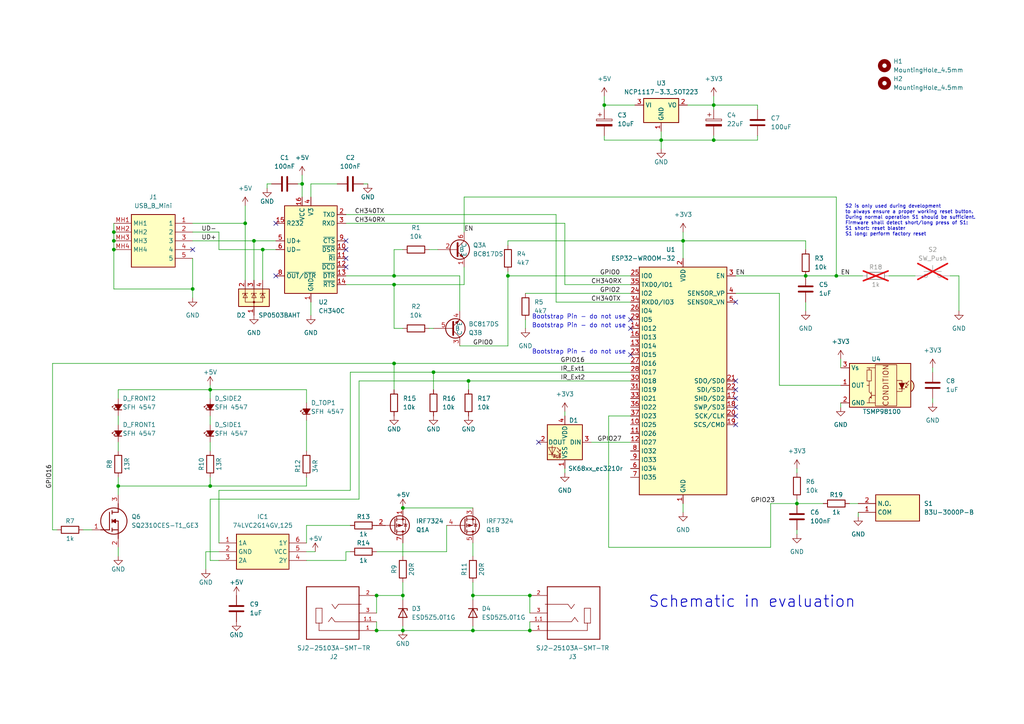
<source format=kicad_sch>
(kicad_sch (version 20230121) (generator eeschema)
  (paper "A4")
  (title_block (title "KoeBlaster") (date "2024-03-26") (rev "0.1"))
  (lib_symbols
    (symbol "Device:C" (pin_numbers hide) (pin_names (offset 0.254))
      (property "Reference" "C" (at 0.635 2.54 0))
      (property "Value" "C" (at 0.635 -2.54 0))
      (symbol "C_1_1"
        (pin passive line (at 0 3.81 270) (length 2.794) (name "~") (number "1"))
        (pin passive line (at 0 -3.81 90) (length 2.794) (name "~") (number "2"))
      )
    )
    (symbol "Device:C_Polarized" (pin_numbers hide) (pin_names (offset 0.254))
      (property "Reference" "C" (at 0.635 2.54 0))
      (property "Value" "C_Polarized" (at 0.635 -2.54 0))
      (symbol "C_Polarized_1_1"
        (pin passive line (at 0 3.81 270) (length 2.794) (name "~") (number "1"))
        (pin passive line (at 0 -3.81 90) (length 2.794) (name "~") (number "2"))
      )
    )
    (symbol "Device:LED_Small_Filled" (pin_numbers hide) (pin_names (offset 0.254) hide)
      (property "Reference" "D" (at -1.27 3.175 0))
      (property "Value" "LED_Small_Filled" (at -4.445 -2.54 0))
      (symbol "LED_Small_Filled_1_1"
        (pin passive line (at -2.54 0 0) (length 1.778) (name "K") (number "1"))
        (pin passive line (at 2.54 0 180) (length 1.778) (name "A") (number "2"))
      )
    )
    (symbol "Device:R" (pin_numbers hide) (pin_names (offset 0))
      (property "Reference" "R" (at 2.032 0 90))
      (property "Value" "R" (at 0 0 90))
      (symbol "R_1_1"
        (pin passive line (at 0 3.81 270) (length 1.27) (name "~") (number "1"))
        (pin passive line (at 0 -3.81 90) (length 1.27) (name "~") (number "2"))
      )
    )
    (symbol "Diode:ESD5Zxx" (pin_numbers hide) (pin_names hide)
      (property "Reference" "D" (at 0 2.54 0))
      (property "Value" "ESD5Zxx" (at 0 -2.54 0))
      (symbol "ESD5Zxx_1_1"
        (pin passive line (at -3.81 0 0) (length 2.54) (name "K") (number "1"))
        (pin passive line (at 3.81 0 180) (length 2.54) (name "A") (number "2"))
      )
    )
    (symbol "Interface_Optical:TSMP58138"
      (property "Reference" "U" (at -10.16 7.62 0))
      (property "Value" "TSMP58138" (at -10.16 -7.62 0))
      (symbol "TSMP58138_0_0"
        (text "CONDITION" (at -2.921 0 900) (effects (font (size 1.524 1.524))))
      )
      (symbol "TSMP58138_1_1"
        (pin output line (at 10.16 0 180) (length 2.54) (name "OUT") (number "1"))
        (pin power_in line (at 10.16 -5.08 180) (length 2.54) (name "GND") (number "2"))
        (pin power_in line (at 10.16 5.08 180) (length 2.54) (name "Vs") (number "3"))
      )
    )
    (symbol "Interface_USB:CH340C"
      (property "Reference" "U" (at -5.08 13.97 0))
      (property "Value" "CH340C" (at 1.27 13.97 0))
      (symbol "CH340C_1_1"
        (pin power_in line (at 0 -15.24 90) (length 2.54) (name "GND") (number "1"))
        (pin input line (at 10.16 0 180) (length 2.54) (name "~{DSR}") (number "10"))
        (pin input line (at 10.16 -2.54 180) (length 2.54) (name "~{RI}") (number "11"))
        (pin input line (at 10.16 -5.08 180) (length 2.54) (name "~{DCD}") (number "12"))
        (pin output line (at 10.16 -7.62 180) (length 2.54) (name "~{DTR}") (number "13"))
        (pin output line (at 10.16 -10.16 180) (length 2.54) (name "~{RTS}") (number "14"))
        (pin input line (at -10.16 7.62 0) (length 2.54) (name "R232") (number "15"))
        (pin power_in line (at -2.54 15.24 270) (length 2.54) (name "VCC") (number "16"))
        (pin output line (at 10.16 10.16 180) (length 2.54) (name "TXD") (number "2"))
        (pin input line (at 10.16 7.62 180) (length 2.54) (name "RXD") (number "3"))
        (pin power_out line (at 0 15.24 270) (length 2.54) (name "V3") (number "4"))
        (pin bidirectional line (at -10.16 2.54 0) (length 2.54) (name "UD+") (number "5"))
        (pin bidirectional line (at -10.16 0 0) (length 2.54) (name "UD-") (number "6"))
        (pin no_connect line (at -7.62 -5.08 0) (length 2.54) hide (name "NC") (number "7"))
        (pin output line (at -10.16 -7.62 0) (length 2.54) (name "~{OUT}/~{DTR}") (number "8"))
        (pin input line (at 10.16 2.54 180) (length 2.54) (name "~{CTS}") (number "9"))
      )
    )
    (symbol "Mechanical:MountingHole" (pin_names (offset 1.016))
      (property "Reference" "H" (at 0 5.08 0))
      (property "Value" "MountingHole" (at 0 3.175 0))
    )
    (symbol "Power_Protection:SP0503BAHT" (pin_names hide)
      (property "Reference" "D" (at 5.715 2.54 0))
      (property "Value" "SP0503BAHT" (at 5.715 0.635 0))
      (symbol "SP0503BAHT_0_0"
        (pin passive line (at 0 -5.08 90) (length 2.54) (name "A") (number "1"))
      )
      (symbol "SP0503BAHT_1_1"
        (pin passive line (at -2.54 5.08 270) (length 2.54) (name "K") (number "2"))
        (pin passive line (at 0 5.08 270) (length 2.54) (name "K") (number "3"))
        (pin passive line (at 2.54 5.08 270) (length 2.54) (name "K") (number "4"))
      )
    )
    (symbol "RF_Module:ESP32-WROOM-32"
      (property "Reference" "U" (at -12.7 34.29 0))
      (property "Value" "ESP32-WROOM-32" (at 1.27 34.29 0))
      (symbol "ESP32-WROOM-32_1_1"
        (pin power_in line (at 0 -35.56 90) (length 2.54) (name "GND") (number "1"))
        (pin bidirectional line (at 15.24 -12.7 180) (length 2.54) (name "IO25") (number "10"))
        (pin bidirectional line (at 15.24 -15.24 180) (length 2.54) (name "IO26") (number "11"))
        (pin bidirectional line (at 15.24 -17.78 180) (length 2.54) (name "IO27") (number "12"))
        (pin bidirectional line (at 15.24 10.16 180) (length 2.54) (name "IO14") (number "13"))
        (pin bidirectional line (at 15.24 15.24 180) (length 2.54) (name "IO12") (number "14"))
        (pin passive line (at 0 -35.56 90) (length 2.54) hide (name "GND") (number "15"))
        (pin bidirectional line (at 15.24 12.7 180) (length 2.54) (name "IO13") (number "16"))
        (pin bidirectional line (at -15.24 -5.08 0) (length 2.54) (name "SHD/SD2") (number "17"))
        (pin bidirectional line (at -15.24 -7.62 0) (length 2.54) (name "SWP/SD3") (number "18"))
        (pin bidirectional line (at -15.24 -12.7 0) (length 2.54) (name "SCS/CMD") (number "19"))
        (pin power_in line (at 0 35.56 270) (length 2.54) (name "VDD") (number "2"))
        (pin bidirectional line (at -15.24 -10.16 0) (length 2.54) (name "SCK/CLK") (number "20"))
        (pin bidirectional line (at -15.24 0 0) (length 2.54) (name "SDO/SD0") (number "21"))
        (pin bidirectional line (at -15.24 -2.54 0) (length 2.54) (name "SDI/SD1") (number "22"))
        (pin bidirectional line (at 15.24 7.62 180) (length 2.54) (name "IO15") (number "23"))
        (pin bidirectional line (at 15.24 25.4 180) (length 2.54) (name "IO2") (number "24"))
        (pin bidirectional line (at 15.24 30.48 180) (length 2.54) (name "IO0") (number "25"))
        (pin bidirectional line (at 15.24 20.32 180) (length 2.54) (name "IO4") (number "26"))
        (pin bidirectional line (at 15.24 5.08 180) (length 2.54) (name "IO16") (number "27"))
        (pin bidirectional line (at 15.24 2.54 180) (length 2.54) (name "IO17") (number "28"))
        (pin bidirectional line (at 15.24 17.78 180) (length 2.54) (name "IO5") (number "29"))
        (pin input line (at -15.24 30.48 0) (length 2.54) (name "EN") (number "3"))
        (pin bidirectional line (at 15.24 0 180) (length 2.54) (name "IO18") (number "30"))
        (pin bidirectional line (at 15.24 -2.54 180) (length 2.54) (name "IO19") (number "31"))
        (pin no_connect line (at -12.7 -27.94 0) (length 2.54) hide (name "NC") (number "32"))
        (pin bidirectional line (at 15.24 -5.08 180) (length 2.54) (name "IO21") (number "33"))
        (pin bidirectional line (at 15.24 22.86 180) (length 2.54) (name "RXD0/IO3") (number "34"))
        (pin bidirectional line (at 15.24 27.94 180) (length 2.54) (name "TXD0/IO1") (number "35"))
        (pin bidirectional line (at 15.24 -7.62 180) (length 2.54) (name "IO22") (number "36"))
        (pin bidirectional line (at 15.24 -10.16 180) (length 2.54) (name "IO23") (number "37"))
        (pin passive line (at 0 -35.56 90) (length 2.54) hide (name "GND") (number "38"))
        (pin passive line (at 0 -35.56 90) (length 2.54) hide (name "GND") (number "39"))
        (pin input line (at -15.24 25.4 0) (length 2.54) (name "SENSOR_VP") (number "4"))
        (pin input line (at -15.24 22.86 0) (length 2.54) (name "SENSOR_VN") (number "5"))
        (pin input line (at 15.24 -25.4 180) (length 2.54) (name "IO34") (number "6"))
        (pin input line (at 15.24 -27.94 180) (length 2.54) (name "IO35") (number "7"))
        (pin bidirectional line (at 15.24 -20.32 180) (length 2.54) (name "IO32") (number "8"))
        (pin bidirectional line (at 15.24 -22.86 180) (length 2.54) (name "IO33") (number "9"))
      )
    )
    (symbol "Regulator_Linear:NCP1117-3.3_SOT223"
      (property "Reference" "U" (at -3.81 3.175 0))
      (property "Value" "NCP1117-3.3_SOT223" (at 0 3.175 0))
      (symbol "NCP1117-3.3_SOT223_1_1"
        (pin power_in line (at 0 -7.62 90) (length 2.54) (name "GND") (number "1"))
        (pin power_out line (at 7.62 0 180) (length 2.54) (name "VO") (number "2"))
        (pin power_in line (at -7.62 0 0) (length 2.54) (name "VI") (number "3"))
      )
    )
    (symbol "SJ2-25103A-SMT-TR:SJ2-25103A-SMT-TR" (pin_names (offset 1.016) hide)
      (property "Reference" "J" (at -7.62 8.128 0))
      (property "Value" "SJ2-25103A-SMT-TR" (at -7.62 -9.652 0))
      (symbol "SJ2-25103A-SMT-TR_0_0"
        (pin passive line (at 12.7 5.08 180) (length 5.08) (name "~") (number "1"))
        (pin passive line (at 12.7 2.54 180) (length 5.08) (name "~") (number "1.1"))
        (pin passive line (at 12.7 -5.08 180) (length 5.08) (name "~") (number "2"))
        (pin passive line (at 12.7 0 180) (length 5.08) (name "~") (number "3"))
      )
    )
    (symbol "SamacSys_Parts:629105150521"
      (property "Reference" "J" (at 19.05 7.62 0))
      (property "Value" "629105150521" (at 19.05 5.08 0))
      (symbol "629105150521_1_1"
        (pin passive line (at 0 0 0) (length 5.08) (name "1") (number "1"))
        (pin passive line (at 0 -2.54 0) (length 5.08) (name "2") (number "2"))
        (pin passive line (at 0 -5.08 0) (length 5.08) (name "3") (number "3"))
        (pin passive line (at 0 -7.62 0) (length 5.08) (name "4") (number "4"))
        (pin passive line (at 0 -10.16 0) (length 5.08) (name "5") (number "5"))
        (pin passive line (at 22.86 0 180) (length 5.08) (name "MH1") (number "MH1"))
        (pin passive line (at 22.86 -2.54 180) (length 5.08) (name "MH2") (number "MH2"))
        (pin passive line (at 22.86 -5.08 180) (length 5.08) (name "MH3") (number "MH3"))
        (pin passive line (at 22.86 -7.62 180) (length 5.08) (name "MH4") (number "MH4"))
      )
    )
    (symbol "SamacSys_Parts:74LVC2G14GV,125"
      (property "Reference" "IC" (at 21.59 7.62 0))
      (property "Value" "74LVC2G14GV,125" (at 21.59 5.08 0))
      (symbol "74LVC2G14GV,125_1_1"
        (pin passive line (at 0 0 0) (length 5.08) (name "1A") (number "1"))
        (pin passive line (at 0 -2.54 0) (length 5.08) (name "GND") (number "2"))
        (pin passive line (at 0 -5.08 0) (length 5.08) (name "2A") (number "3"))
        (pin passive line (at 25.4 -5.08 180) (length 5.08) (name "2Y") (number "4"))
        (pin passive line (at 25.4 -2.54 180) (length 5.08) (name "VCC") (number "5"))
        (pin passive line (at 25.4 0 180) (length 5.08) (name "1Y") (number "6"))
      )
    )
    (symbol "SamacSys_Parts:B3U-3000P-B"
      (property "Reference" "S" (at 19.05 7.62 0))
      (property "Value" "B3U-3000P-B" (at 19.05 5.08 0))
      (symbol "B3U-3000P-B_1_1"
        (pin passive line (at 0 -2.54 0) (length 5.08) (name "COM") (number "1"))
        (pin passive line (at 0 0 0) (length 5.08) (name "N.O.") (number "2"))
      )
    )
    (symbol "SamacSys_Parts:SQ2310CES-T1_GE3" (pin_names hide)
      (property "Reference" "Q" (at 11.43 3.81 0))
      (property "Value" "SQ2310CES-T1_GE3" (at 11.43 1.27 0))
      (symbol "SQ2310CES-T1_GE3_1_1"
        (pin passive line (at 0 0 0) (length 2.54) (name "G") (number "1"))
        (pin passive line (at 7.62 -5.08 90) (length 2.54) (name "S") (number "2"))
        (pin passive line (at 7.62 10.16 270) (length 2.54) (name "D") (number "3"))
      )
    )
    (symbol "Switch:SW_Push" (pin_numbers hide) (pin_names (offset 1.016) hide)
      (property "Reference" "SW" (at 1.27 2.54 0))
      (property "Value" "SW_Push" (at 0 -1.524 0))
      (symbol "SW_Push_0_1"
        (pin passive line (at -5.08 0 0) (length 2.54) (name "1") (number "1"))
        (pin passive line (at 5.08 0 180) (length 2.54) (name "2") (number "2"))
      )
    )
    (symbol "Transistor_FET:IRF7324" (pin_names hide)
      (property "Reference" "Q" (at 5.08 1.905 0))
      (property "Value" "IRF7324" (at 5.08 0 0))
      (symbol "IRF7324_1_1"
        (pin passive line (at 2.54 -5.08 90) (length 2.54) (name "S1") (number "1"))
        (pin input line (at -5.08 0 0) (length 2.54) (name "G1") (number "2"))
        (pin passive line (at 2.54 5.08 270) (length 2.54) (name "D1") (number "7"))
        (pin passive line (at 2.54 5.08 270) (length 2.54) hide (name "D1") (number "8"))
      )
      (symbol "IRF7324_2_1"
        (pin passive line (at 2.54 -5.08 90) (length 2.54) (name "S2") (number "3"))
        (pin input line (at -5.08 0 0) (length 2.54) (name "G2") (number "4"))
        (pin passive line (at 2.54 5.08 270) (length 2.54) (name "D2") (number "5"))
        (pin passive line (at 2.54 5.08 270) (length 2.54) hide (name "D2") (number "6"))
      )
    )
    (symbol "koeblaster_devices:BC817DS_cusom"
      (property "Reference" "Q3" (at 2.54 1.27 0))
      (property "Value" "BC817DS" (at 2.54 -1.27 0))
      (symbol "BC817DS_cusom_1_1"
        (pin passive line (at 0 -5.08 90) (length 2.54) (name "E") (number "1"))
        (pin input line (at -7.62 0 0) (length 5.715) (name "B") (number "2"))
        (pin passive line (at 0 5.08 270) (length 2.54) (name "C") (number "6"))
      )
      (symbol "BC817DS_cusom_2_1"
        (pin passive line (at 0 5.08 270) (length 2.54) (name "C") (number "3"))
        (pin passive line (at 0 -5.08 90) (length 2.54) (name "E") (number "4"))
        (pin input line (at -7.62 0 0) (length 5.715) (name "B") (number "5"))
      )
    )
    (symbol "koeblaster_devices:SK68xx_ec3210r" (pin_names (offset 0.254))
      (property "Reference" "D1" (at 12.7 3.6479 0))
      (property "Value" "SK68xx_ec3210r" (at 12.7 1.1079 0))
      (symbol "SK68xx_ec3210r_0_0"
        (text "RGB" (at 2.286 -4.191 0) (effects (font (size 0.762 0.762))))
      )
      (symbol "SK68xx_ec3210r_1_1"
        (pin power_in line (at 0 -7.62 90) (length 2.54) (name "VSS") (number "1"))
        (pin output line (at 7.62 0 180) (length 2.54) (name "DOUT") (number "2"))
        (pin input line (at -7.62 0 0) (length 2.54) (name "DIN") (number "3"))
        (pin power_in line (at 0 7.62 270) (length 2.54) (name "VDD") (number "4"))
      )
    )
    (symbol "power:+3V3" (power) (pin_names (offset 0))
      (property "Value" "+3V3" (at 0 3.556 0))
      (symbol "+3V3_1_1"
        (pin power_in line (at 0 0 90) (length 0) hide (name "+3V3") (number "1"))
      )
    )
    (symbol "power:+5V" (power) (pin_names (offset 0))
      (property "Value" "+5V" (at 0 3.556 0))
      (symbol "+5V_1_1"
        (pin power_in line (at 0 0 90) (length 0) hide (name "+5V") (number "1"))
      )
    )
    (symbol "power:GND" (power) (pin_names (offset 0))
      (property "Value" "GND" (at 0 -3.81 0))
      (symbol "GND_1_1"
        (pin power_in line (at 0 0 270) (length 0) hide (name "GND") (number "1"))
      )
    )
  )
  (junction (at 34.29 140.97))
  (junction (at 109.22 172.72))
  (junction (at 207.01 40.64))
  (junction (at 153.67 172.72))
  (junction (at 137.16 172.72))
  (junction (at 114.3 82.55))
  (junction (at 125.73 107.95))
  (junction (at 242.57 80.01))
  (junction (at 109.22 182.88))
  (junction (at 147.32 80.01))
  (junction (at 137.16 182.88))
  (junction (at 116.84 147.32))
  (junction (at 55.88 83.82))
  (junction (at 114.3 80.01))
  (junction (at 231.14 146.05))
  (junction (at 60.96 140.97))
  (junction (at 191.77 40.64))
  (junction (at 114.3 105.41))
  (junction (at 207.01 30.48))
  (junction (at 175.26 30.48))
  (junction (at 233.68 80.01))
  (junction (at 33.02 67.31))
  (junction (at 33.02 69.85))
  (junction (at 87.63 53.34))
  (junction (at 33.02 72.39))
  (junction (at 60.96 113.03))
  (junction (at 73.66 69.85))
  (junction (at 76.2 72.39))
  (junction (at 198.12 69.85))
  (junction (at 116.84 182.88))
  (junction (at 116.84 172.72))
  (junction (at 71.12 64.77))
  (junction (at 153.67 182.88))
  (junction (at 135.89 110.49))
  (no_connect (at 213.36 118.11))
  (no_connect (at 182.88 102.87))
  (no_connect (at 182.88 92.71))
  (no_connect (at 182.88 95.25))
  (no_connect (at 100.33 72.39))
  (no_connect (at 55.88 72.39))
  (no_connect (at 213.36 115.57))
  (no_connect (at 80.01 64.77))
  (no_connect (at 156.21 128.27))
  (no_connect (at 80.01 80.01))
  (no_connect (at 213.36 113.03))
  (no_connect (at 100.33 77.47))
  (no_connect (at 213.36 110.49))
  (no_connect (at 100.33 69.85))
  (no_connect (at 213.36 120.65))
  (no_connect (at 213.36 87.63))
  (no_connect (at 100.33 74.93))
  (no_connect (at 213.36 123.19))
  (wire (pts (xy 147.32 69.85) (xy 198.12 69.85)))
  (wire (pts (xy 109.22 172.72) (xy 116.84 172.72)))
  (wire (pts (xy 100.33 62.23) (xy 161.29 62.23)))
  (wire (pts (xy 116.84 147.32) (xy 137.16 147.32)))
  (wire (pts (xy 116.84 173.99) (xy 116.84 172.72)))
  (wire (pts (xy 90.17 53.34) (xy 90.17 57.15)))
  (wire (pts (xy 109.22 172.72) (xy 109.22 177.8)))
  (wire (pts (xy 163.83 64.77) (xy 163.83 82.55)))
  (wire (pts (xy 124.46 95.25) (xy 125.73 95.25)))
  (wire (pts (xy 175.26 40.64) (xy 191.77 40.64)))
  (wire (pts (xy 34.29 128.27) (xy 34.29 130.81)))
  (wire (pts (xy 33.02 64.77) (xy 33.02 67.31)))
  (wire (pts (xy 207.01 31.75) (xy 207.01 30.48)))
  (wire (pts (xy 198.12 69.85) (xy 233.68 69.85)))
  (wire (pts (xy 207.01 40.64) (xy 219.71 40.64)))
  (wire (pts (xy 231.14 135.89) (xy 231.14 137.16)))
  (wire (pts (xy 226.06 111.76) (xy 226.06 85.09)))
  (wire (pts (xy 24.13 153.67) (xy 26.67 153.67)))
  (wire (pts (xy 114.3 82.55) (xy 114.3 95.25)))
  (wire (pts (xy 161.29 62.23) (xy 161.29 87.63)))
  (wire (pts (xy 34.29 140.97) (xy 34.29 143.51)))
  (wire (pts (xy 114.3 72.39) (xy 114.3 80.01)))
  (wire (pts (xy 77.47 53.34) (xy 77.47 54.61)))
  (wire (pts (xy 78.74 53.34) (xy 77.47 53.34)))
  (wire (pts (xy 129.54 160.02) (xy 109.22 160.02)))
  (wire (pts (xy 207.01 39.37) (xy 207.01 40.64)))
  (wire (pts (xy 125.73 107.95) (xy 182.88 107.95)))
  (wire (pts (xy 124.46 72.39) (xy 127 72.39)))
  (wire (pts (xy 137.16 172.72) (xy 137.16 173.99)))
  (wire (pts (xy 175.26 39.37) (xy 175.26 40.64)))
  (wire (pts (xy 153.67 180.34) (xy 153.67 182.88)))
  (wire (pts (xy 34.29 113.03) (xy 34.29 115.57)))
  (wire (pts (xy 55.88 69.85) (xy 73.66 69.85)))
  (wire (pts (xy 88.9 121.92) (xy 88.9 130.81)))
  (wire (pts (xy 88.9 138.43) (xy 88.9 140.97)))
  (wire (pts (xy 147.32 69.85) (xy 147.32 71.12)))
  (wire (pts (xy 15.24 153.67) (xy 16.51 153.67)))
  (wire (pts (xy 71.12 59.69) (xy 71.12 64.77)))
  (wire (pts (xy 97.79 53.34) (xy 90.17 53.34)))
  (wire (pts (xy 116.84 157.48) (xy 116.84 161.29)))
  (wire (pts (xy 60.96 113.03) (xy 88.9 113.03)))
  (wire (pts (xy 198.12 69.85) (xy 198.12 74.93)))
  (wire (pts (xy 223.52 146.05) (xy 231.14 146.05)))
  (wire (pts (xy 137.16 168.91) (xy 137.16 172.72)))
  (wire (pts (xy 243.84 111.76) (xy 226.06 111.76)))
  (wire (pts (xy 135.89 110.49) (xy 135.89 113.03)))
  (wire (pts (xy 63.5 67.31) (xy 63.5 72.39)))
  (wire (pts (xy 63.5 162.56) (xy 60.96 162.56)))
  (wire (pts (xy 73.66 69.85) (xy 80.01 69.85)))
  (wire (pts (xy 125.73 107.95) (xy 125.73 113.03)))
  (wire (pts (xy 129.54 152.4) (xy 129.54 160.02)))
  (wire (pts (xy 191.77 38.1) (xy 191.77 40.64)))
  (wire (pts (xy 63.5 72.39) (xy 76.2 72.39)))
  (wire (pts (xy 270.51 116.84) (xy 270.51 115.57)))
  (wire (pts (xy 278.13 80.01) (xy 278.13 90.17)))
  (wire (pts (xy 33.02 83.82) (xy 55.88 83.82)))
  (wire (pts (xy 133.35 100.33) (xy 147.32 100.33)))
  (wire (pts (xy 34.29 138.43) (xy 34.29 140.97)))
  (wire (pts (xy 34.29 120.65) (xy 34.29 123.19)))
  (wire (pts (xy 223.52 158.75) (xy 223.52 146.05)))
  (wire (pts (xy 275.59 80.01) (xy 278.13 80.01)))
  (wire (pts (xy 219.71 39.37) (xy 219.71 40.64)))
  (wire (pts (xy 55.88 64.77) (xy 71.12 64.77)))
  (wire (pts (xy 219.71 31.75) (xy 219.71 30.48)))
  (wire (pts (xy 114.3 105.41) (xy 114.3 113.03)))
  (wire (pts (xy 248.92 148.59) (xy 248.92 149.86)))
  (wire (pts (xy 137.16 172.72) (xy 153.67 172.72)))
  (wire (pts (xy 176.53 120.65) (xy 176.53 158.75)))
  (wire (pts (xy 175.26 27.94) (xy 175.26 30.48)))
  (wire (pts (xy 137.16 182.88) (xy 137.16 181.61)))
  (wire (pts (xy 109.22 182.88) (xy 116.84 182.88)))
  (wire (pts (xy 71.12 81.28) (xy 71.12 64.77)))
  (wire (pts (xy 88.9 152.4) (xy 101.6 152.4)))
  (wire (pts (xy 175.26 30.48) (xy 184.15 30.48)))
  (wire (pts (xy 90.17 87.63) (xy 90.17 91.44)))
  (wire (pts (xy 101.6 142.24) (xy 101.6 107.95)))
  (wire (pts (xy 137.16 157.48) (xy 137.16 161.29)))
  (wire (pts (xy 233.68 69.85) (xy 233.68 72.39)))
  (wire (pts (xy 226.06 85.09) (xy 213.36 85.09)))
  (wire (pts (xy 63.5 142.24) (xy 101.6 142.24)))
  (wire (pts (xy 231.14 153.67) (xy 231.14 154.94)))
  (wire (pts (xy 104.14 110.49) (xy 104.14 144.78)))
  (wire (pts (xy 176.53 158.75) (xy 223.52 158.75)))
  (wire (pts (xy 137.16 182.88) (xy 153.67 182.88)))
  (wire (pts (xy 76.2 72.39) (xy 80.01 72.39)))
  (wire (pts (xy 147.32 78.74) (xy 147.32 80.01)))
  (wire (pts (xy 198.12 146.05) (xy 198.12 148.59)))
  (wire (pts (xy 153.67 172.72) (xy 153.67 177.8)))
  (wire (pts (xy 207.01 30.48) (xy 199.39 30.48)))
  (wire (pts (xy 114.3 82.55) (xy 134.62 82.55)))
  (wire (pts (xy 101.6 107.95) (xy 125.73 107.95)))
  (wire (pts (xy 104.14 110.49) (xy 135.89 110.49)))
  (wire (pts (xy 86.36 53.34) (xy 87.63 53.34)))
  (wire (pts (xy 163.83 82.55) (xy 182.88 82.55)))
  (wire (pts (xy 207.01 30.48) (xy 219.71 30.48)))
  (wire (pts (xy 100.33 82.55) (xy 114.3 82.55)))
  (wire (pts (xy 73.66 69.85) (xy 73.66 81.28)))
  (wire (pts (xy 59.69 160.02) (xy 59.69 165.1)))
  (wire (pts (xy 242.57 80.01) (xy 250.19 80.01)))
  (wire (pts (xy 33.02 67.31) (xy 33.02 69.85)))
  (wire (pts (xy 63.5 160.02) (xy 59.69 160.02)))
  (wire (pts (xy 33.02 72.39) (xy 33.02 83.82)))
  (wire (pts (xy 270.51 106.68) (xy 270.51 107.95)))
  (wire (pts (xy 15.24 105.41) (xy 15.24 153.67)))
  (wire (pts (xy 60.96 113.03) (xy 60.96 115.57)))
  (wire (pts (xy 147.32 100.33) (xy 147.32 80.01)))
  (wire (pts (xy 100.33 162.56) (xy 100.33 160.02)))
  (wire (pts (xy 147.32 80.01) (xy 182.88 80.01)))
  (wire (pts (xy 116.84 168.91) (xy 116.84 172.72)))
  (wire (pts (xy 55.88 83.82) (xy 55.88 86.36)))
  (wire (pts (xy 152.4 92.71) (xy 152.4 95.25)))
  (wire (pts (xy 163.83 135.89) (xy 163.83 137.16)))
  (wire (pts (xy 191.77 40.64) (xy 207.01 40.64)))
  (wire (pts (xy 55.88 74.93) (xy 55.88 83.82)))
  (wire (pts (xy 243.84 106.68) (xy 243.84 104.14)))
  (wire (pts (xy 34.29 161.29) (xy 34.29 158.75)))
  (wire (pts (xy 33.02 69.85) (xy 33.02 72.39)))
  (wire (pts (xy 87.63 50.8) (xy 87.63 53.34)))
  (wire (pts (xy 207.01 27.94) (xy 207.01 30.48)))
  (wire (pts (xy 63.5 157.48) (xy 63.5 142.24)))
  (wire (pts (xy 60.96 140.97) (xy 88.9 140.97)))
  (wire (pts (xy 34.29 140.97) (xy 60.96 140.97)))
  (wire (pts (xy 109.22 182.88) (xy 109.22 180.34)))
  (wire (pts (xy 101.6 160.02) (xy 100.33 160.02)))
  (wire (pts (xy 134.62 67.31) (xy 134.62 57.15)))
  (wire (pts (xy 87.63 53.34) (xy 87.63 57.15)))
  (wire (pts (xy 88.9 160.02) (xy 91.44 160.02)))
  (wire (pts (xy 105.41 53.34) (xy 106.68 53.34)))
  (wire (pts (xy 182.88 120.65) (xy 176.53 120.65)))
  (wire (pts (xy 242.57 57.15) (xy 134.62 57.15)))
  (wire (pts (xy 100.33 64.77) (xy 163.83 64.77)))
  (wire (pts (xy 191.77 40.64) (xy 191.77 43.18)))
  (wire (pts (xy 34.29 113.03) (xy 60.96 113.03)))
  (wire (pts (xy 88.9 116.84) (xy 88.9 113.03)))
  (wire (pts (xy 233.68 87.63) (xy 233.68 90.17)))
  (wire (pts (xy 60.96 144.78) (xy 104.14 144.78)))
  (wire (pts (xy 161.29 87.63) (xy 182.88 87.63)))
  (wire (pts (xy 133.35 80.01) (xy 133.35 90.17)))
  (wire (pts (xy 171.45 128.27) (xy 182.88 128.27)))
  (wire (pts (xy 152.4 85.09) (xy 182.88 85.09)))
  (wire (pts (xy 55.88 67.31) (xy 63.5 67.31)))
  (wire (pts (xy 60.96 138.43) (xy 60.96 140.97)))
  (wire (pts (xy 116.84 95.25) (xy 114.3 95.25)))
  (wire (pts (xy 257.81 80.01) (xy 265.43 80.01)))
  (wire (pts (xy 213.36 80.01) (xy 233.68 80.01)))
  (wire (pts (xy 163.83 119.38) (xy 163.83 120.65)))
  (wire (pts (xy 100.33 80.01) (xy 114.3 80.01)))
  (wire (pts (xy 114.3 72.39) (xy 116.84 72.39)))
  (wire (pts (xy 60.96 128.27) (xy 60.96 130.81)))
  (wire (pts (xy 114.3 105.41) (xy 182.88 105.41)))
  (wire (pts (xy 15.24 105.41) (xy 114.3 105.41)))
  (wire (pts (xy 242.57 80.01) (xy 242.57 57.15)))
  (wire (pts (xy 60.96 111.76) (xy 60.96 113.03)))
  (wire (pts (xy 246.38 146.05) (xy 248.92 146.05)))
  (wire (pts (xy 60.96 162.56) (xy 60.96 144.78)))
  (wire (pts (xy 76.2 72.39) (xy 76.2 81.28)))
  (wire (pts (xy 231.14 144.78) (xy 231.14 146.05)))
  (wire (pts (xy 233.68 80.01) (xy 242.57 80.01)))
  (wire (pts (xy 88.9 162.56) (xy 100.33 162.56)))
  (wire (pts (xy 134.62 82.55) (xy 134.62 77.47)))
  (wire (pts (xy 116.84 182.88) (xy 116.84 181.61)))
  (wire (pts (xy 175.26 31.75) (xy 175.26 30.48)))
  (wire (pts (xy 88.9 157.48) (xy 88.9 152.4)))
  (wire (pts (xy 231.14 146.05) (xy 238.76 146.05)))
  (wire (pts (xy 114.3 80.01) (xy 133.35 80.01)))
  (wire (pts (xy 116.84 182.88) (xy 137.16 182.88)))
  (wire (pts (xy 198.12 69.85) (xy 198.12 67.31)))
  (wire (pts (xy 135.89 110.49) (xy 182.88 110.49)))
  (wire (pts (xy 60.96 120.65) (xy 60.96 123.19)))
  (wire (pts (xy 243.84 116.84) (xy 243.84 118.11)))
  (text "S2 is only used during development\nto always ensure a proper working reset button.\nDuring normal operation S1 should be sufficient.\nFirmware shall detect short/long press of S1:\nS1 short: reset blaster\nS1 long: perform factory reset" (at 245.11 68.58 0) (effects (font (size 1 1)) (justify left bottom)))
  (text "Bootstrap Pin - do not use" (at 181.61 92.71 0) (effects (font (size 1.27 1.27)) (justify right bottom)))
  (text "Schematic in evaluation" (at 187.96 176.53 0) (effects (font (size 3.27 3.27) (thickness 0.254) bold) (justify left bottom)))
  (text "Bootstrap Pin - do not use" (at 181.61 102.87 0) (effects (font (size 1.27 1.27)) (justify right bottom)))
  (text "Bootstrap Pin - do not use" (at 181.61 95.25 0) (effects (font (size 1.27 1.27)) (justify right bottom)))
  (label "EN" (at 134.62 67.31 0))
  (label "IR_Ext2" (at 162.56 110.49 0))
  (label "CH340TX" (at 102.87 62.23 0))
  (label "CH340RX" (at 102.87 64.77 0))
  (label "UD+" (at 58.42 69.85 0))
  (label "GPIO0" (at 173.99 80.01 0))
  (label "GPIO23" (at 224.79 146.05 180))
  (label "GPIO16" (at 162.56 105.41 0))
  (label "IR_Ext1" (at 162.56 107.95 0))
  (label "EN" (at 243.84 80.01 0))
  (label "GPIO2" (at 173.99 85.09 0))
  (label "GPIO0" (at 137.16 100.33 0))
  (label "EN" (at 213.36 80.01 0))
  (label "UD-" (at 58.42 67.31 0))
  (label "GPIO27" (at 180.34 128.27 180))
  (label "CH340TX" (at 171.45 87.63 0))
  (label "CH340RX" (at 171.45 82.55 0))
  (label "GPIO16" (at 15.24 134.62 270))
  (symbol (lib_id "power:+5V") (at 71.12 59.69 0) (unit 1)
    (property "Reference" "#PWR05" (effects hide))
    (property "Value" "+5V" (at 71.12 54.61 0))
  )
  (symbol (lib_id "Interface_Optical:TSMP58138") (at 254 111.76 0) (mirror y) (unit 1)
    (property "Reference" "U4" (at 252.73 104.14 0) (effects (justify right)))
    (property "Value" "TSMP98100" (at 250.19 119.38 0) (effects (justify right)))
    (property "Footprint" "OptoDevice:Vishay_MINICAST-3Pin" (effects hide))
    (property "Datasheet" "https://www.vishay.com/docs/82911/tsmp98100.pdf" (effects hide))
    (property "Mouser Part" "https://www.mouser.at/ProductDetail/Vishay-Semiconductors/TSMP98100?qs=ulEaXIWI0c9OsVN2zbSORg%3D%3D" (effects hide))
  )
  (symbol (lib_id "SJ2-25103A-SMT-TR:SJ2-25103A-SMT-TR") (at 166.37 177.8 180) (unit 1)
    (property "Reference" "J3" (at 166.0779 190.5 0))
    (property "Value" "SJ2-25103A-SMT-TR" (at 166.0779 187.96 0))
    (property "Footprint" "SJ2-25103A-SMT-TR:CUI_SJ2-25103A-SMT-TR" (effects hide))
    (property "PARTREV" "1.01" (effects hide))
    (property "STANDARD" "Manufacturer Recommendation" (effects hide))
    (property "MANUFACTURER" "CUI Inc." (effects hide))
  )
  (symbol (lib_id "power:GND") (at 248.92 149.86 0) (unit 1)
    (property "Reference" "#PWR022" (effects hide))
    (property "Value" "GND" (at 248.92 154.94 0))
  )
  (symbol (lib_id "power:+5V") (at 91.44 160.02 0) (unit 1)
    (property "Reference" "#PWR031" (effects hide))
    (property "Value" "+5V" (at 91.44 156.21 0))
  )
  (symbol (lib_id "Device:R") (at 125.73 116.84 0) (unit 1)
    (property "Reference" "R16" (at 128.27 115.57 0) (effects (justify left)))
    (property "Value" "10k" (at 128.27 118.11 0) (effects (justify left)))
    (property "Footprint" "Resistor_SMD:R_0805_2012Metric_Pad1.20x1.40mm_HandSolder" (effects hide))
  )
  (symbol (lib_id "SamacSys_Parts:SQ2310CES-T1_GE3") (at 26.67 153.67 0) (unit 1)
    (property "Reference" "Q6" (at 38.1 149.86 0) (effects (justify left)))
    (property "Value" "SQ2310CES-T1_GE3" (at 38.1 152.4 0) (effects (justify left)))
    (property "Footprint" "SamacSys_Parts:SOT95P237X112-3N" (effects hide))
    (property "Datasheet" "https://www.vishay.com/docs/62145/sq2310ces.pdf" (effects hide))
    (property "Height" "1.12" (effects hide))
    (property "Manufacturer_Name" "Vishay" (effects hide))
    (property "Manufacturer_Part_Number" "SQ2310CES-T1_GE3" (effects hide))
  )
  (symbol (lib_id "Device:C") (at 270.51 111.76 0) (unit 1)
    (property "Reference" "C8" (at 274.32 110.49 0) (effects (justify left)))
    (property "Value" "1uF" (at 274.32 113.03 0) (effects (justify left)))
    (property "Footprint" "Capacitor_SMD:C_0805_2012Metric_Pad1.18x1.45mm_HandSolder" (effects hide))
  )
  (symbol (lib_id "Device:R") (at 147.32 74.93 0) (unit 1)
    (property "Reference" "R4" (at 149.86 73.66 0) (effects (justify left)))
    (property "Value" "4k7" (at 149.86 76.2 0) (effects (justify left)))
    (property "Footprint" "Resistor_SMD:R_0805_2012Metric_Pad1.20x1.40mm_HandSolder" (effects hide))
  )
  (symbol (lib_id "Power_Protection:SP0503BAHT") (at 73.66 86.36 0) (unit 1)
    (property "Reference" "D2" (at 68.58 91.44 0) (effects (justify left)))
    (property "Value" "SP0503BAHT" (at 74.93 91.44 0) (effects (justify left)))
    (property "Footprint" "Package_TO_SOT_SMD:SOT-143" (effects hide))
    (property "Datasheet" "http://www.littelfuse.com/~/media/files/littelfuse/technical%20resources/documents/data%20sheets/sp05xxba.pdf" (effects hide))
  )
  (symbol (lib_id "SJ2-25103A-SMT-TR:SJ2-25103A-SMT-TR") (at 96.52 177.8 0) (mirror x) (unit 1)
    (property "Reference" "J2" (at 96.8121 190.5 0))
    (property "Value" "SJ2-25103A-SMT-TR" (at 96.8121 187.96 0))
    (property "Footprint" "SJ2-25103A-SMT-TR:CUI_SJ2-25103A-SMT-TR" (effects hide))
    (property "PARTREV" "1.01" (effects hide))
    (property "STANDARD" "Manufacturer Recommendation" (effects hide))
    (property "MANUFACTURER" "CUI Inc." (effects hide))
  )
  (symbol (lib_id "Device:R") (at 34.29 134.62 180) (unit 1)
    (property "Reference" "R8" (at 31.75 134.62 90))
    (property "Value" "13R" (at 36.83 134.62 90))
    (property "Footprint" "Resistor_SMD:R_0805_2012Metric_Pad1.20x1.40mm_HandSolder" (effects hide))
  )
  (symbol (lib_id "power:GND") (at 73.66 91.44 0) (unit 1)
    (property "Reference" "#PWR07" (effects hide))
    (property "Value" "GND" (at 73.66 96.52 0))
  )
  (symbol (lib_id "power:GND") (at 77.47 54.61 0) (unit 1)
    (property "Reference" "#PWR01" (effects hide))
    (property "Value" "GND" (at 77.47 58.42 0))
  )
  (symbol (lib_id "RF_Module:ESP32-WROOM-32") (at 198.12 110.49 0) (mirror y) (unit 1)
    (property "Reference" "U1" (at 195.9259 72.39 0) (effects (justify left)))
    (property "Value" "ESP32-WROOM-32" (at 195.9259 74.93 0) (effects (justify left)))
    (property "Footprint" "RF_Module:ESP32-WROOM-32" (effects hide))
    (property "Datasheet" "https://www.espressif.com/sites/default/files/documentation/esp32-wroom-32_datasheet_en.pdf" (effects hide))
  )
  (symbol (lib_id "power:GND") (at 55.88 86.36 0) (unit 1)
    (property "Reference" "#PWR06" (effects hide))
    (property "Value" "GND" (at 55.88 91.44 0))
  )
  (symbol (lib_id "Transistor_FET:IRF7324") (at 114.3 152.4 0) (mirror x) (unit 1)
    (property "Reference" "Q1" (at 120.65 153.67 0) (effects (justify left)))
    (property "Value" "IRF7324" (at 120.65 151.13 0) (effects (justify left)))
    (property "Footprint" "Package_SO:SOIC-8_3.9x4.9mm_P1.27mm" (effects hide))
    (property "Datasheet" "http://www.infineon.com/dgdl/irf7324pbf.pdf?fileId=5546d462533600a4015355f5f0861b4b" (effects hide))
  )
  (symbol (lib_id "power:GND") (at 233.68 90.17 0) (unit 1)
    (property "Reference" "#PWR014" (effects hide))
    (property "Value" "GND" (at 233.68 95.25 0))
  )
  (symbol (lib_id "Device:R") (at 116.84 165.1 180) (unit 1)
    (property "Reference" "R9" (at 114.3 165.1 90))
    (property "Value" "20R" (at 119.38 165.1 90))
    (property "Footprint" "Resistor_SMD:R_0805_2012Metric_Pad1.20x1.40mm_HandSolder" (effects hide))
  )
  (symbol (lib_id "power:+5V") (at 87.63 50.8 0) (unit 1)
    (property "Reference" "#PWR04" (effects hide))
    (property "Value" "+5V" (at 87.63 45.72 0))
  )
  (symbol (lib_id "Device:R") (at 88.9 134.62 180) (unit 1)
    (property "Reference" "R12" (at 86.36 137.16 90) (effects (justify right)))
    (property "Value" "34R" (at 91.44 137.16 90) (effects (justify right)))
    (property "Footprint" "Resistor_SMD:R_0805_2012Metric_Pad1.20x1.40mm_HandSolder" (effects hide))
    (property "P" "250mW" (effects hide))
  )
  (symbol (lib_id "power:GND") (at 125.73 120.65 0) (unit 1)
    (property "Reference" "#PWR034" (effects hide))
    (property "Value" "GND" (at 125.73 124.46 0))
  )
  (symbol (lib_id "Device:LED_Small_Filled") (at 60.96 118.11 90) (unit 1)
    (property "Reference" "D_SIDE2" (at 62.23 115.57 90) (effects (justify right)))
    (property "Value" "SFH 4547" (at 62.23 118.11 90) (effects (justify right)))
    (property "Footprint" "LED_THT:LED_D5.0mm_Horizontal_O3.81mm_Z3.0mm" (effects hide))
  )
  (symbol (lib_id "Device:R") (at 120.65 95.25 270) (unit 1)
    (property "Reference" "R2" (at 120.65 88.9 90))
    (property "Value" "10k" (at 120.65 91.44 90))
    (property "Footprint" "Resistor_SMD:R_0805_2012Metric_Pad1.20x1.40mm_HandSolder" (effects hide))
  )
  (symbol (lib_id "power:GND") (at 114.3 120.65 0) (unit 1)
    (property "Reference" "#PWR033" (effects hide))
    (property "Value" "GND" (at 114.3 124.46 0))
  )
  (symbol (lib_id "Device:R") (at 60.96 134.62 180) (unit 1)
    (property "Reference" "R10" (at 58.42 134.62 90))
    (property "Value" "13R" (at 63.5 134.62 90))
    (property "Footprint" "Resistor_SMD:R_0805_2012Metric_Pad1.20x1.40mm_HandSolder" (effects hide))
  )
  (symbol (lib_id "Mechanical:MountingHole") (at 256.54 19.05 0) (unit 1)
    (property "Reference" "H1" (at 259.08 17.78 0) (effects (justify left)))
    (property "Value" "MountingHole_4.5mm" (at 259.08 20.32 0) (effects (justify left)))
    (property "Footprint" "MountingHole:MountingHole_4.5mm" (effects hide))
  )
  (symbol (lib_id "Device:C") (at 231.14 149.86 0) (unit 1)
    (property "Reference" "C6" (at 234.95 148.59 0) (effects (justify left)))
    (property "Value" "100nF" (at 234.95 151.13 0) (effects (justify left)))
    (property "Footprint" "Capacitor_SMD:C_0805_2012Metric_Pad1.18x1.45mm_HandSolder" (effects hide))
  )
  (symbol (lib_id "power:GND") (at 59.69 165.1 0) (unit 1)
    (property "Reference" "#PWR032" (effects hide))
    (property "Value" "GND" (at 59.69 168.91 0))
  )
  (symbol (lib_id "Device:C") (at 101.6 53.34 90) (unit 1)
    (property "Reference" "C2" (at 101.6 45.72 90))
    (property "Value" "100nF" (at 101.6 48.26 90))
    (property "Footprint" "Capacitor_SMD:C_0805_2012Metric_Pad1.18x1.45mm_HandSolder" (effects hide))
  )
  (symbol (lib_id "Device:R") (at 152.4 88.9 0) (unit 1)
    (property "Reference" "R5" (at 154.94 87.63 0) (effects (justify left)))
    (property "Value" "4k7" (at 154.94 90.17 0) (effects (justify left)))
    (property "Footprint" "Resistor_SMD:R_0805_2012Metric_Pad1.20x1.40mm_HandSolder" (effects hide))
  )
  (symbol (lib_id "power:GND") (at 231.14 154.94 0) (unit 1)
    (property "Reference" "#PWR016" (effects hide))
    (property "Value" "GND" (at 231.14 160.02 0))
  )
  (symbol (lib_id "power:GND") (at 34.29 161.29 0) (unit 1)
    (property "Reference" "#PWR018" (effects hide))
    (property "Value" "GND" (at 34.29 165.1 0))
  )
  (symbol (lib_id "Device:LED_Small_Filled") (at 34.29 118.11 90) (unit 1)
    (property "Reference" "D_FRONT2" (at 35.56 115.57 90) (effects (justify right)))
    (property "Value" "SFH 4547" (at 35.56 118.11 90) (effects (justify right)))
    (property "Footprint" "LED_THT:LED_D5.0mm_Horizontal_O6.35mm_Z3.0mm" (effects hide))
  )
  (symbol (lib_id "power:GND") (at 106.68 53.34 0) (unit 1)
    (property "Reference" "#PWR02" (effects hide))
    (property "Value" "GND" (at 106.68 57.15 0))
  )
  (symbol (lib_id "SamacSys_Parts:629105150521") (at 55.88 64.77 0) (mirror y) (unit 1)
    (property "Reference" "J1" (at 44.45 57.15 0))
    (property "Value" "USB_B_Mini" (at 44.45 59.69 0))
    (property "Footprint" "SamacSys_Parts:629105150521" (effects hide))
    (property "Datasheet" "https://www.we-online.com/components/products/datasheet/629105150521.pdf" (effects hide))
    (property "Height" "2.86" (effects hide))
    (property "Mouser Part Number" "710-629105150521" (effects hide))
    (property "Mouser Price/Stock" "https://www.mouser.co.uk/ProductDetail/Wurth-Elektronik/629105150521?qs=a9WhcLg8qCzXiH7kZP8GRQ%3D%3D" (effects hide))
    (property "Manufacturer_Name" "Wurth Elektronik" (effects hide))
    (property "Manufacturer_Part_Number" "629105150521" (effects hide))
  )
  (symbol (lib_id "power:GND") (at 90.17 91.44 0) (unit 1)
    (property "Reference" "#PWR03" (effects hide))
    (property "Value" "GND" (at 90.17 96.52 0))
  )
  (symbol (lib_id "power:+3V3") (at 270.51 106.68 0) (mirror y) (unit 1)
    (property "Reference" "#PWR027" (effects hide))
    (property "Value" "+3V3" (at 270.51 101.6 0))
  )
  (symbol (lib_id "Device:R") (at 135.89 116.84 0) (unit 1)
    (property "Reference" "R17" (at 138.43 115.57 0) (effects (justify left)))
    (property "Value" "10k" (at 138.43 118.11 0) (effects (justify left)))
    (property "Footprint" "Resistor_SMD:R_0805_2012Metric_Pad1.20x1.40mm_HandSolder" (effects hide))
  )
  (symbol (lib_id "Regulator_Linear:NCP1117-3.3_SOT223") (at 191.77 30.48 0) (unit 1)
    (property "Reference" "U3" (at 191.77 24.13 0))
    (property "Value" "NCP1117-3.3_SOT223" (at 191.77 26.67 0))
    (property "Footprint" "Package_TO_SOT_SMD:SOT-223-3_TabPin2" (effects hide))
    (property "Datasheet" "http://www.onsemi.com/pub_link/Collateral/NCP1117-D.PDF" (effects hide))
  )
  (symbol (lib_id "power:+5V") (at 68.58 172.72 0) (unit 1)
    (property "Reference" "#PWR029" (effects hide))
    (property "Value" "+5V" (at 68.58 168.91 0))
  )
  (symbol (lib_id "Device:R") (at 231.14 140.97 180) (unit 1)
    (property "Reference" "R6" (at 233.68 139.7 0) (effects (justify right)))
    (property "Value" "10k" (at 233.68 142.24 0) (effects (justify right)))
    (property "Footprint" "Resistor_SMD:R_0805_2012Metric_Pad1.20x1.40mm_HandSolder" (effects hide))
  )
  (symbol (lib_id "Device:LED_Small_Filled") (at 60.96 125.73 90) (unit 1)
    (property "Reference" "D_SIDE1" (at 62.23 123.19 90) (effects (justify right)))
    (property "Value" "SFH 4547" (at 62.23 125.73 90) (effects (justify right)))
    (property "Footprint" "LED_THT:LED_D5.0mm_Horizontal_O3.81mm_Z3.0mm" (effects hide))
  )
  (symbol (lib_id "power:GND") (at 116.84 182.88 0) (unit 1)
    (property "Reference" "#PWR024" (effects hide))
    (property "Value" "GND" (at 116.84 186.69 0))
  )
  (symbol (lib_id "power:+3V3") (at 243.84 104.14 0) (mirror y) (unit 1)
    (property "Reference" "#PWR017" (effects hide))
    (property "Value" "+3V3" (at 243.84 99.06 0))
  )
  (symbol (lib_id "Device:LED_Small_Filled") (at 34.29 125.73 90) (unit 1)
    (property "Reference" "D_FRONT1" (at 35.56 123.19 90) (effects (justify right)))
    (property "Value" "SFH 4547" (at 35.56 125.73 90) (effects (justify right)))
    (property "Footprint" "LED_THT:LED_D5.0mm_Horizontal_O6.35mm_Z3.0mm" (effects hide))
  )
  (symbol (lib_id "power:+3V3") (at 198.12 67.31 0) (unit 1)
    (property "Reference" "#PWR012" (effects hide))
    (property "Value" "+3V3" (at 198.12 62.23 0))
  )
  (symbol (lib_id "Device:R") (at 20.32 153.67 270) (unit 1)
    (property "Reference" "R7" (at 20.32 151.13 90))
    (property "Value" "1k" (at 20.32 156.21 90))
    (property "Footprint" "Resistor_SMD:R_0805_2012Metric_Pad1.20x1.40mm_HandSolder" (effects hide))
  )
  (symbol (lib_id "koeblaster_devices:BC817DS_cusom") (at 134.62 72.39 0) (unit 1)
    (property "Reference" "Q3" (at 137.16 71.12 0) (effects (justify left)))
    (property "Value" "BC817DS" (at 137.16 73.66 0) (effects (justify left)))
    (property "Footprint" "SamacSys_Parts:SOT95P275X110-6N" (effects hide))
    (property "Datasheet" "https://assets.nexperia.com/documents/data-sheet/BC817DS.pdf" (effects hide))
    (property "Height" "1.1" (effects hide))
    (property "Mouser Part Number" "771-BC817DSF" (effects hide))
    (property "Mouser Price/Stock" "https://www.mouser.co.uk/ProductDetail/Nexperia/BC817DSF?qs=IooffJMZQA5ystKS%2Fa3s3w%3D%3D" (effects hide))
    (property "Manufacturer_Name" "Nexperia" (effects hide))
    (property "Manufacturer_Part_Number" "BC817DSF" (effects hide))
  )
  (symbol (lib_id "Device:R") (at 114.3 116.84 0) (unit 1)
    (property "Reference" "R15" (at 116.84 115.57 0) (effects (justify left)))
    (property "Value" "10k" (at 116.84 118.11 0) (effects (justify left)))
    (property "Footprint" "Resistor_SMD:R_0805_2012Metric_Pad1.20x1.40mm_HandSolder" (effects hide))
  )
  (symbol (lib_id "Device:R") (at 233.68 76.2 0) (unit 1)
    (property "Reference" "R3" (at 236.22 74.93 0) (effects (justify left)))
    (property "Value" "10k" (at 236.22 77.47 0) (effects (justify left)))
    (property "Footprint" "Resistor_SMD:R_0805_2012Metric_Pad1.20x1.40mm_HandSolder" (effects hide))
  )
  (symbol (lib_id "Device:R") (at 105.41 160.02 270) (unit 1)
    (property "Reference" "R14" (at 105.41 157.48 90))
    (property "Value" "1k" (at 105.41 162.56 90))
    (property "Footprint" "Resistor_SMD:R_0805_2012Metric_Pad1.20x1.40mm_HandSolder" (effects hide))
  )
  (symbol (lib_id "koeblaster_devices:BC817DS_cusom") (at 133.35 95.25 0) (mirror x) (unit 2)
    (property "Reference" "Q3" (at 135.89 96.52 0) (effects (justify left)))
    (property "Value" "BC817DS" (at 135.89 93.98 0) (effects (justify left)))
    (property "Footprint" "SamacSys_Parts:SOT95P275X110-6N" (effects hide))
    (property "Datasheet" "https://assets.nexperia.com/documents/data-sheet/BC817DS.pdf" (effects hide))
    (property "Height" "1.1" (effects hide))
    (property "Mouser Part Number" "771-BC817DSF" (effects hide))
    (property "Mouser Price/Stock" "https://www.mouser.co.uk/ProductDetail/Nexperia/BC817DSF?qs=IooffJMZQA5ystKS%2Fa3s3w%3D%3D" (effects hide))
    (property "Manufacturer_Name" "Nexperia" (effects hide))
    (property "Manufacturer_Part_Number" "BC817DSF" (effects hide))
  )
  (symbol (lib_id "Device:C_Polarized") (at 207.01 35.56 0) (unit 1)
    (property "Reference" "C4" (at 210.82 33.401 0) (effects (justify left)))
    (property "Value" "22uF" (at 210.82 35.941 0) (effects (justify left)))
    (property "Footprint" "Capacitor_Tantalum_SMD:CP_EIA-2012-15_AVX-P_Pad1.30x1.05mm_HandSolder" (effects hide))
  )
  (symbol (lib_id "power:GND") (at 278.13 90.17 0) (unit 1)
    (property "Reference" "#PWR026" (effects hide))
    (property "Value" "GND" (at 278.13 95.25 0))
  )
  (symbol (lib_id "power:GND") (at 198.12 148.59 0) (unit 1)
    (property "Reference" "#PWR013" (effects hide))
    (property "Value" "GND" (at 198.12 153.67 0))
  )
  (symbol (lib_id "Device:LED_Small_Filled") (at 88.9 119.38 90) (unit 1)
    (property "Reference" "D_TOP1" (at 90.17 116.84 90) (effects (justify right)))
    (property "Value" "SFH 4547" (at 90.17 119.38 90) (effects (justify right)))
    (property "Footprint" "LED_THT:LED_D5.0mm_IRBlack" (effects hide))
  )
  (symbol (lib_id "SamacSys_Parts:B3U-3000P-B") (at 248.92 146.05 0) (unit 1)
    (property "Reference" "S1" (at 267.97 146.05 0) (effects (justify left)))
    (property "Value" "B3U-3000P-B" (at 267.97 148.59 0) (effects (justify left)))
    (property "Footprint" "SamacSys_Parts:B3U3000PB" (effects hide))
    (property "Datasheet" "https://componentsearchengine.com/Datasheets/2/B3U-3000P-B.pdf" (effects hide))
    (property "Height" "1.35" (effects hide))
    (property "Mouser Part Number" "653-B3U-3000P-B" (effects hide))
    (property "Mouser Price/Stock" "https://www.mouser.co.uk/ProductDetail/Omron-Electronics/B3U-3000P-B?qs=AO7BQMcsEu4JAdtnbsGArA%3D%3D" (effects hide))
    (property "Manufacturer_Name" "Omron Electronics" (effects hide))
    (property "Manufacturer_Part_Number" "B3U-3000P-B" (effects hide))
  )
  (symbol (lib_id "power:GND") (at 135.89 120.65 0) (unit 1)
    (property "Reference" "#PWR035" (effects hide))
    (property "Value" "GND" (at 135.89 124.46 0))
  )
  (symbol (lib_id "power:GND") (at 191.77 43.18 0) (unit 1)
    (property "Reference" "#PWR09" (effects hide))
    (property "Value" "GND" (at 191.77 46.99 0))
  )
  (symbol (lib_id "Device:C") (at 82.55 53.34 270) (unit 1)
    (property "Reference" "C1" (at 82.55 45.72 90))
    (property "Value" "100nF" (at 82.55 48.26 90))
    (property "Footprint" "Capacitor_SMD:C_0805_2012Metric_Pad1.18x1.45mm_HandSolder" (effects hide))
  )
  (symbol (lib_id "Device:R") (at 254 80.01 270) (unit 1) (dnp yes)
    (property "Reference" "R18" (at 254 77.47 90))
    (property "Value" "1k" (at 254 82.55 90))
    (property "Footprint" "Resistor_SMD:R_0805_2012Metric_Pad1.20x1.40mm_HandSolder" (effects hide))
  )
  (symbol (lib_id "Device:C") (at 219.71 35.56 0) (unit 1)
    (property "Reference" "C7" (at 223.52 34.29 0) (effects (justify left)))
    (property "Value" "100uF" (at 223.52 36.83 0) (effects (justify left)))
    (property "Footprint" "Capacitor_SMD:C_0805_2012Metric_Pad1.18x1.45mm_HandSolder" (effects hide))
  )
  (symbol (lib_id "SamacSys_Parts:74LVC2G14GV,125") (at 63.5 157.48 0) (unit 1)
    (property "Reference" "IC1" (at 76.2 149.86 0))
    (property "Value" "74LVC2G14GV,125" (at 76.2 152.4 0))
    (property "Footprint" "SamacSys_Parts:SOT95P275X110-6N" (effects hide))
    (property "Datasheet" "https://assets.nexperia.com/documents/data-sheet/74LVC2G14.pdf" (effects hide))
    (property "Height" "1.1" (effects hide))
    (property "Mouser Part Number" "771-LVC2G14GV125" (effects hide))
    (property "Mouser Price/Stock" "https://www.mouser.co.uk/ProductDetail/Nexperia/74LVC2G14GV125?qs=me8TqzrmIYWSRNkZJZJAxg%3D%3D" (effects hide))
    (property "Manufacturer_Name" "Nexperia" (effects hide))
    (property "Manufacturer_Part_Number" "74LVC2G14GV,125" (effects hide))
  )
  (symbol (lib_id "power:GND") (at 163.83 137.16 0) (unit 1)
    (property "Reference" "#PWR020" (effects hide))
    (property "Value" "GND" (at 163.83 142.24 0))
  )
  (symbol (lib_id "Diode:ESD5Zxx") (at 137.16 177.8 270) (unit 1)
    (property "Reference" "D4" (at 139.7 176.53 90) (effects (justify left)))
    (property "Value" "ESD5Z5.0T1G" (at 139.7 179.07 90) (effects (justify left)))
    (property "Footprint" "Diode_SMD:D_SOD-523" (effects hide))
    (property "Datasheet" "https://www.onsemi.com/pdf/datasheet/esd5z2.5t1-d.pdf" (effects hide))
  )
  (symbol (lib_id "power:+3V3") (at 163.83 119.38 0) (unit 1)
    (property "Reference" "#PWR021" (effects hide))
    (property "Value" "+3V3" (at 163.83 114.3 0))
  )
  (symbol (lib_id "koeblaster_devices:SK68xx_ec3210r") (at 163.83 128.27 0) (mirror y) (unit 1)
    (property "Reference" "D1" (at 166.37 121.92 0))
    (property "Value" "SK68xx_ec3210r" (at 172.72 135.89 0))
    (property "Footprint" "koeblaster_devices:SK68xx-EC3210R" (effects hide))
    (property "Datasheet" "https://cdn-shop.adafruit.com/product-files/2686/SK6812MINI_REV.01-1-2.pdf" (effects hide))
  )
  (symbol (lib_id "power:+3V3") (at 207.01 27.94 0) (unit 1)
    (property "Reference" "#PWR011" (effects hide))
    (property "Value" "+3V3" (at 207.01 22.86 0))
  )
  (symbol (lib_id "power:GND") (at 152.4 95.25 0) (unit 1)
    (property "Reference" "#PWR015" (effects hide))
    (property "Value" "GND" (at 152.4 100.33 0))
  )
  (symbol (lib_id "power:+3V3") (at 231.14 135.89 0) (unit 1)
    (property "Reference" "#PWR025" (effects hide))
    (property "Value" "+3V3" (at 231.14 130.81 0))
  )
  (symbol (lib_id "Device:R") (at 137.16 165.1 180) (unit 1)
    (property "Reference" "R11" (at 134.62 165.1 90))
    (property "Value" "20R" (at 139.7 165.1 90))
    (property "Footprint" "Resistor_SMD:R_0805_2012Metric_Pad1.20x1.40mm_HandSolder" (effects hide))
  )
  (symbol (lib_id "Interface_USB:CH340C") (at 90.17 72.39 0) (unit 1)
    (property "Reference" "U2" (at 92.3641 87.63 0) (effects (justify left)))
    (property "Value" "CH340C" (at 92.3641 90.17 0) (effects (justify left)))
    (property "Footprint" "Package_SO:SOIC-16_3.9x9.9mm_P1.27mm" (effects hide))
    (property "Datasheet" "https://datasheet.lcsc.com/szlcsc/Jiangsu-Qin-Heng-CH340C_C84681.pdf" (effects hide))
  )
  (symbol (lib_id "power:GND") (at 243.84 118.11 0) (mirror y) (unit 1)
    (property "Reference" "#PWR08" (effects hide))
    (property "Value" "GND" (at 243.84 123.19 0))
  )
  (symbol (lib_id "power:+5V") (at 60.96 111.76 0) (unit 1)
    (property "Reference" "#PWR019" (effects hide))
    (property "Value" "+5V" (at 60.96 107.95 0))
  )
  (symbol (lib_id "Device:C") (at 233.68 83.82 0) (unit 1)
    (property "Reference" "C5" (at 237.49 82.55 0) (effects (justify left)))
    (property "Value" "1uF" (at 237.49 85.09 0) (effects (justify left)))
    (property "Footprint" "Capacitor_SMD:C_0805_2012Metric_Pad1.18x1.45mm_HandSolder" (effects hide))
  )
  (symbol (lib_id "Device:C") (at 68.58 176.53 0) (unit 1)
    (property "Reference" "C9" (at 72.39 175.26 0) (effects (justify left)))
    (property "Value" "1uF" (at 72.39 177.8 0) (effects (justify left)))
    (property "Footprint" "Capacitor_SMD:C_0805_2012Metric_Pad1.18x1.45mm_HandSolder" (effects hide))
  )
  (symbol (lib_id "Transistor_FET:IRF7324") (at 134.62 152.4 0) (mirror x) (unit 2)
    (property "Reference" "Q1" (at 140.97 153.67 0) (effects (justify left)))
    (property "Value" "IRF7324" (at 140.97 151.13 0) (effects (justify left)))
    (property "Footprint" "Package_SO:SOIC-8_3.9x4.9mm_P1.27mm" (effects hide))
    (property "Datasheet" "http://www.infineon.com/dgdl/irf7324pbf.pdf?fileId=5546d462533600a4015355f5f0861b4b" (effects hide))
  )
  (symbol (lib_id "Diode:ESD5Zxx") (at 116.84 177.8 270) (unit 1)
    (property "Reference" "D3" (at 119.38 176.53 90) (effects (justify left)))
    (property "Value" "ESD5Z5.0T1G" (at 119.38 179.07 90) (effects (justify left)))
    (property "Footprint" "Diode_SMD:D_SOD-523" (effects hide))
    (property "Datasheet" "https://www.onsemi.com/pdf/datasheet/esd5z2.5t1-d.pdf" (effects hide))
  )
  (symbol (lib_id "power:GND") (at 270.51 116.84 0) (mirror y) (unit 1)
    (property "Reference" "#PWR028" (effects hide))
    (property "Value" "GND" (at 270.51 121.92 0))
  )
  (symbol (lib_id "power:+5V") (at 175.26 27.94 0) (unit 1)
    (property "Reference" "#PWR010" (effects hide))
    (property "Value" "+5V" (at 175.26 22.86 0))
  )
  (symbol (lib_id "Device:R") (at 120.65 72.39 270) (unit 1)
    (property "Reference" "R1" (at 120.65 66.04 90))
    (property "Value" "10k" (at 120.65 68.58 90))
    (property "Footprint" "Resistor_SMD:R_0805_2012Metric_Pad1.20x1.40mm_HandSolder" (effects hide))
  )
  (symbol (lib_id "Mechanical:MountingHole") (at 256.54 24.13 0) (unit 1)
    (property "Reference" "H2" (at 259.08 22.86 0) (effects (justify left)))
    (property "Value" "MountingHole_4.5mm" (at 259.08 25.4 0) (effects (justify left)))
    (property "Footprint" "MountingHole:MountingHole_4.5mm" (effects hide))
  )
  (symbol (lib_id "Device:C_Polarized") (at 175.26 35.56 0) (unit 1)
    (property "Reference" "C3" (at 179.07 33.401 0) (effects (justify left)))
    (property "Value" "10uF" (at 179.07 35.941 0) (effects (justify left)))
    (property "Footprint" "Capacitor_Tantalum_SMD:CP_EIA-2012-15_AVX-P_Pad1.30x1.05mm_HandSolder" (effects hide))
  )
  (symbol (lib_id "Device:R") (at 242.57 146.05 270) (unit 1)
    (property "Reference" "R19" (at 242.57 143.51 90))
    (property "Value" "1k" (at 242.57 148.59 90))
    (property "Footprint" "Resistor_SMD:R_0805_2012Metric_Pad1.20x1.40mm_HandSolder" (effects hide))
  )
  (symbol (lib_id "power:GND") (at 68.58 180.34 0) (unit 1)
    (property "Reference" "#PWR030" (effects hide))
    (property "Value" "GND" (at 68.58 184.15 0))
  )
  (symbol (lib_id "Device:R") (at 105.41 152.4 270) (unit 1)
    (property "Reference" "R13" (at 105.41 149.86 90))
    (property "Value" "1k" (at 105.41 154.94 90))
    (property "Footprint" "Resistor_SMD:R_0805_2012Metric_Pad1.20x1.40mm_HandSolder" (effects hide))
  )
  (symbol (lib_id "power:+5V") (at 116.84 147.32 0) (unit 1)
    (property "Reference" "#PWR023" (effects hide))
    (property "Value" "+5V" (at 116.84 143.51 0))
  )
  (symbol (lib_id "Switch:SW_Push") (at 270.51 80.01 0) (unit 1) (dnp yes)
    (property "Reference" "S2" (at 270.51 72.39 0))
    (property "Value" "SW_Push" (at 270.51 74.93 0))
    (property "Footprint" "Button_Switch_SMD:SW_SPST_B3U-1000P" (effects hide))
  )
)
</source>
